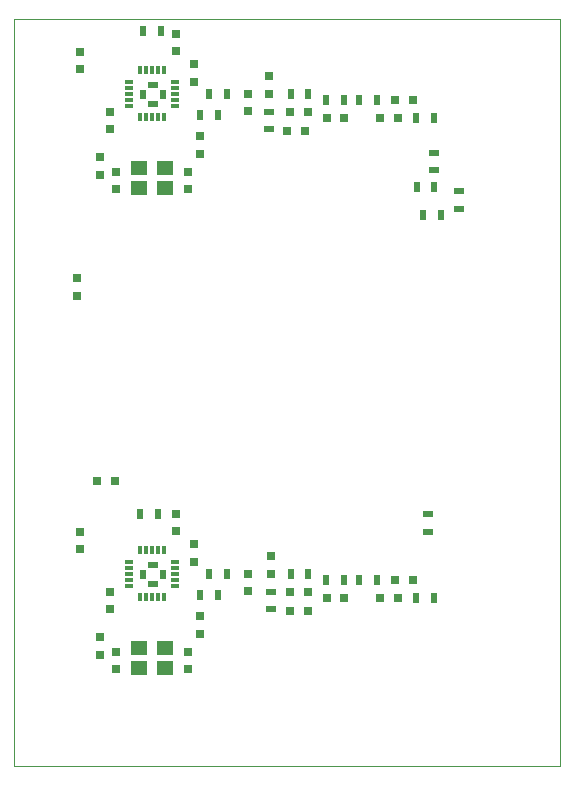
<source format=gbr>
%TF.GenerationSoftware,KiCad,Pcbnew,(5.1.5)-3*%
%TF.CreationDate,2020-04-11T16:30:28+01:00*%
%TF.ProjectId,EPCTest2,45504354-6573-4743-922e-6b696361645f,rev?*%
%TF.SameCoordinates,Original*%
%TF.FileFunction,Paste,Top*%
%TF.FilePolarity,Positive*%
%FSLAX46Y46*%
G04 Gerber Fmt 4.6, Leading zero omitted, Abs format (unit mm)*
G04 Created by KiCad (PCBNEW (5.1.5)-3) date 2020-04-11 16:30:28*
%MOMM*%
%LPD*%
G04 APERTURE LIST*
%ADD10C,0.100000*%
%TA.AperFunction,Profile*%
%ADD11C,0.100000*%
%TD*%
%ADD12R,0.900000X0.500000*%
%ADD13R,0.500000X0.900000*%
%ADD14R,0.750000X0.800000*%
%ADD15R,1.400000X1.200000*%
%ADD16R,0.800000X0.750000*%
%ADD17R,0.730000X0.300000*%
%ADD18R,0.300000X0.730000*%
G04 APERTURE END LIST*
D10*
G36*
X58801000Y-112839500D02*
G01*
X58039000Y-112839500D01*
X58039000Y-112395000D01*
X58801000Y-112395000D01*
X58801000Y-112839500D01*
G37*
X58801000Y-112839500D02*
X58039000Y-112839500D01*
X58039000Y-112395000D01*
X58801000Y-112395000D01*
X58801000Y-112839500D01*
G36*
X58801000Y-111188500D02*
G01*
X58039000Y-111188500D01*
X58039000Y-110744000D01*
X58801000Y-110744000D01*
X58801000Y-111188500D01*
G37*
X58801000Y-111188500D02*
X58039000Y-111188500D01*
X58039000Y-110744000D01*
X58801000Y-110744000D01*
X58801000Y-111188500D01*
G36*
X57785000Y-112141000D02*
G01*
X57340500Y-112141000D01*
X57340500Y-111442500D01*
X57785000Y-111442500D01*
X57785000Y-112141000D01*
G37*
X57785000Y-112141000D02*
X57340500Y-112141000D01*
X57340500Y-111442500D01*
X57785000Y-111442500D01*
X57785000Y-112141000D01*
G36*
X59499500Y-112141000D02*
G01*
X59055000Y-112141000D01*
X59055000Y-111442500D01*
X59499500Y-111442500D01*
X59499500Y-112141000D01*
G37*
X59499500Y-112141000D02*
X59055000Y-112141000D01*
X59055000Y-111442500D01*
X59499500Y-111442500D01*
X59499500Y-112141000D01*
G36*
X58801000Y-70548500D02*
G01*
X58039000Y-70548500D01*
X58039000Y-70104000D01*
X58801000Y-70104000D01*
X58801000Y-70548500D01*
G37*
X58801000Y-70548500D02*
X58039000Y-70548500D01*
X58039000Y-70104000D01*
X58801000Y-70104000D01*
X58801000Y-70548500D01*
G36*
X57785000Y-71501000D02*
G01*
X57340500Y-71501000D01*
X57340500Y-70802500D01*
X57785000Y-70802500D01*
X57785000Y-71501000D01*
G37*
X57785000Y-71501000D02*
X57340500Y-71501000D01*
X57340500Y-70802500D01*
X57785000Y-70802500D01*
X57785000Y-71501000D01*
G36*
X58801000Y-72199500D02*
G01*
X58039000Y-72199500D01*
X58039000Y-71755000D01*
X58801000Y-71755000D01*
X58801000Y-72199500D01*
G37*
X58801000Y-72199500D02*
X58039000Y-72199500D01*
X58039000Y-71755000D01*
X58801000Y-71755000D01*
X58801000Y-72199500D01*
G36*
X59499500Y-71501000D02*
G01*
X59055000Y-71501000D01*
X59055000Y-70802500D01*
X59499500Y-70802500D01*
X59499500Y-71501000D01*
G37*
X59499500Y-71501000D02*
X59055000Y-71501000D01*
X59055000Y-70802500D01*
X59499500Y-70802500D01*
X59499500Y-71501000D01*
D11*
X92964000Y-64770000D02*
X92964000Y-128016000D01*
X46736000Y-64770000D02*
X92964000Y-64770000D01*
X46736000Y-128016000D02*
X46736000Y-64770000D01*
X92964000Y-128016000D02*
X46736000Y-128016000D01*
D12*
%TO.C,R1*%
X84429600Y-79361600D03*
X84429600Y-80861600D03*
%TD*%
D13*
%TO.C,R2*%
X82296000Y-78994000D03*
X80796000Y-78994000D03*
%TD*%
%TO.C,R3*%
X82854800Y-81381600D03*
X81354800Y-81381600D03*
%TD*%
D14*
%TO.C,C29*%
X52070000Y-86753000D03*
X52070000Y-88253000D03*
%TD*%
D15*
%TO.C,Y2*%
X57320000Y-119722000D03*
X59520000Y-119722000D03*
X59520000Y-118022000D03*
X57320000Y-118022000D03*
%TD*%
D13*
%TO.C,L8*%
X64746000Y-71120000D03*
X63246000Y-71120000D03*
%TD*%
D16*
%TO.C,C21*%
X70116000Y-72644000D03*
X71616000Y-72644000D03*
%TD*%
D14*
%TO.C,C19*%
X66548000Y-72620000D03*
X66548000Y-71120000D03*
%TD*%
%TO.C,C1*%
X68453000Y-110260000D03*
X68453000Y-111760000D03*
%TD*%
%TO.C,C2*%
X54864000Y-113284000D03*
X54864000Y-114784000D03*
%TD*%
%TO.C,C3*%
X66548000Y-113260000D03*
X66548000Y-111760000D03*
%TD*%
D16*
%TO.C,C4*%
X79006000Y-112268000D03*
X80506000Y-112268000D03*
%TD*%
%TO.C,C5*%
X70116000Y-113284000D03*
X71616000Y-113284000D03*
%TD*%
%TO.C,C6*%
X73176000Y-113792000D03*
X74676000Y-113792000D03*
%TD*%
%TO.C,C7*%
X79224000Y-113792000D03*
X77724000Y-113792000D03*
%TD*%
D14*
%TO.C,C8*%
X53975000Y-118606000D03*
X53975000Y-117106000D03*
%TD*%
%TO.C,C9*%
X62484000Y-116840000D03*
X62484000Y-115340000D03*
%TD*%
D16*
%TO.C,C10*%
X70104000Y-114935000D03*
X71604000Y-114935000D03*
%TD*%
D14*
%TO.C,C11*%
X55372000Y-118364000D03*
X55372000Y-119864000D03*
%TD*%
%TO.C,C12*%
X61468000Y-118364000D03*
X61468000Y-119864000D03*
%TD*%
D16*
%TO.C,C13*%
X55233000Y-103886000D03*
X53733000Y-103886000D03*
%TD*%
D14*
%TO.C,C14*%
X52324000Y-108204000D03*
X52324000Y-109704000D03*
%TD*%
%TO.C,C15*%
X60452000Y-108180000D03*
X60452000Y-106680000D03*
%TD*%
%TO.C,C16*%
X61976000Y-109244000D03*
X61976000Y-110744000D03*
%TD*%
%TO.C,C17*%
X68326000Y-69620000D03*
X68326000Y-71120000D03*
%TD*%
%TO.C,C18*%
X54864000Y-72644000D03*
X54864000Y-74144000D03*
%TD*%
D16*
%TO.C,C20*%
X79006000Y-71628000D03*
X80506000Y-71628000D03*
%TD*%
%TO.C,C22*%
X73176000Y-73152000D03*
X74676000Y-73152000D03*
%TD*%
%TO.C,C23*%
X79224000Y-73152000D03*
X77724000Y-73152000D03*
%TD*%
D14*
%TO.C,C24*%
X53975000Y-76466000D03*
X53975000Y-77966000D03*
%TD*%
%TO.C,C25*%
X62484000Y-76200000D03*
X62484000Y-74700000D03*
%TD*%
D16*
%TO.C,C26*%
X69850000Y-74295000D03*
X71350000Y-74295000D03*
%TD*%
D14*
%TO.C,C27*%
X55372000Y-77724000D03*
X55372000Y-79224000D03*
%TD*%
%TO.C,C28*%
X61468000Y-77724000D03*
X61468000Y-79224000D03*
%TD*%
%TO.C,C30*%
X52324000Y-67564000D03*
X52324000Y-69064000D03*
%TD*%
%TO.C,C31*%
X60452000Y-67540000D03*
X60452000Y-66040000D03*
%TD*%
%TO.C,C32*%
X61976000Y-70104000D03*
X61976000Y-68604000D03*
%TD*%
D12*
%TO.C,JP1*%
X82296000Y-77610400D03*
X82296000Y-76110400D03*
%TD*%
%TO.C,JP2*%
X81724500Y-108192000D03*
X81724500Y-106692000D03*
%TD*%
D13*
%TO.C,L1*%
X63246000Y-111760000D03*
X64746000Y-111760000D03*
%TD*%
%TO.C,L2*%
X71628000Y-111760000D03*
X70128000Y-111760000D03*
%TD*%
%TO.C,L3*%
X73152000Y-112268000D03*
X74652000Y-112268000D03*
%TD*%
%TO.C,L4*%
X75958000Y-112268000D03*
X77458000Y-112268000D03*
%TD*%
%TO.C,L5*%
X62484000Y-113538000D03*
X63984000Y-113538000D03*
%TD*%
%TO.C,L6*%
X80772000Y-113792000D03*
X82272000Y-113792000D03*
%TD*%
D12*
%TO.C,L7*%
X68453000Y-114784000D03*
X68453000Y-113284000D03*
%TD*%
D13*
%TO.C,L9*%
X70128000Y-71120000D03*
X71628000Y-71120000D03*
%TD*%
%TO.C,L10*%
X73152000Y-71628000D03*
X74652000Y-71628000D03*
%TD*%
%TO.C,L11*%
X75958000Y-71628000D03*
X77458000Y-71628000D03*
%TD*%
%TO.C,L12*%
X63984000Y-72898000D03*
X62484000Y-72898000D03*
%TD*%
%TO.C,L13*%
X80772000Y-73152000D03*
X82272000Y-73152000D03*
%TD*%
D12*
%TO.C,L14*%
X68326000Y-74144000D03*
X68326000Y-72644000D03*
%TD*%
D13*
%TO.C,R7*%
X57404000Y-106680000D03*
X58904000Y-106680000D03*
%TD*%
%TO.C,R8*%
X57670000Y-65786000D03*
X59170000Y-65786000D03*
%TD*%
D15*
%TO.C,Y1*%
X57320000Y-77382000D03*
X59520000Y-77382000D03*
X59520000Y-79082000D03*
X57320000Y-79082000D03*
%TD*%
D17*
%TO.C,U1*%
X56455000Y-110760000D03*
X56455000Y-111260000D03*
X56455000Y-111760000D03*
X56455000Y-112260000D03*
X56455000Y-112760000D03*
D18*
X57420000Y-113725000D03*
X57920000Y-113725000D03*
X58420000Y-113725000D03*
X58920000Y-113725000D03*
X59420000Y-113725000D03*
D17*
X60385000Y-112760000D03*
X60385000Y-112260000D03*
X60385000Y-111760000D03*
X60385000Y-111260000D03*
X60385000Y-110760000D03*
D18*
X59420000Y-109795000D03*
X58920000Y-109795000D03*
X58420000Y-109795000D03*
X57920000Y-109795000D03*
X57420000Y-109795000D03*
%TD*%
%TO.C,U2*%
X57420000Y-69155000D03*
X57920000Y-69155000D03*
X58420000Y-69155000D03*
X58920000Y-69155000D03*
X59420000Y-69155000D03*
D17*
X60385000Y-70120000D03*
X60385000Y-70620000D03*
X60385000Y-71120000D03*
X60385000Y-71620000D03*
X60385000Y-72120000D03*
D18*
X59420000Y-73085000D03*
X58920000Y-73085000D03*
X58420000Y-73085000D03*
X57920000Y-73085000D03*
X57420000Y-73085000D03*
D17*
X56455000Y-72120000D03*
X56455000Y-71620000D03*
X56455000Y-71120000D03*
X56455000Y-70620000D03*
X56455000Y-70120000D03*
%TD*%
M02*

</source>
